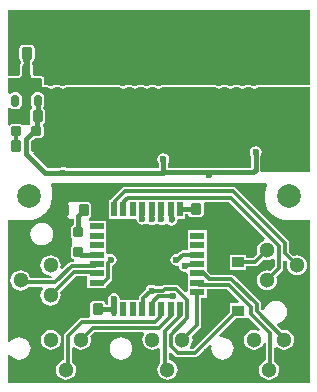
<source format=gtl>
G04*
G04 #@! TF.GenerationSoftware,Altium Limited,Altium Designer,19.1.8 (144)*
G04*
G04 Layer_Physical_Order=1*
G04 Layer_Color=255*
%FSLAX43Y43*%
%MOMM*%
G71*
G01*
G75*
%ADD12C,0.300*%
%ADD27R,1.200X0.500*%
%ADD28R,0.500X1.200*%
%ADD29O,0.500X1.200*%
G04:AMPARAMS|DCode=30|XSize=1.8mm|YSize=1.15mm|CornerRadius=0.144mm|HoleSize=0mm|Usage=FLASHONLY|Rotation=0.000|XOffset=0mm|YOffset=0mm|HoleType=Round|Shape=RoundedRectangle|*
%AMROUNDEDRECTD30*
21,1,1.800,0.863,0,0,0.0*
21,1,1.513,1.150,0,0,0.0*
1,1,0.288,0.756,-0.431*
1,1,0.288,-0.756,-0.431*
1,1,0.288,-0.756,0.431*
1,1,0.288,0.756,0.431*
%
%ADD30ROUNDEDRECTD30*%
%ADD31R,1.000X0.900*%
G04:AMPARAMS|DCode=32|XSize=1mm|YSize=0.9mm|CornerRadius=0.113mm|HoleSize=0mm|Usage=FLASHONLY|Rotation=270.000|XOffset=0mm|YOffset=0mm|HoleType=Round|Shape=RoundedRectangle|*
%AMROUNDEDRECTD32*
21,1,1.000,0.675,0,0,270.0*
21,1,0.775,0.900,0,0,270.0*
1,1,0.225,-0.338,-0.388*
1,1,0.225,-0.338,0.388*
1,1,0.225,0.338,0.388*
1,1,0.225,0.338,-0.388*
%
%ADD32ROUNDEDRECTD32*%
G04:AMPARAMS|DCode=33|XSize=0.8mm|YSize=0.8mm|CornerRadius=0.1mm|HoleSize=0mm|Usage=FLASHONLY|Rotation=90.000|XOffset=0mm|YOffset=0mm|HoleType=Round|Shape=RoundedRectangle|*
%AMROUNDEDRECTD33*
21,1,0.800,0.600,0,0,90.0*
21,1,0.600,0.800,0,0,90.0*
1,1,0.200,0.300,0.300*
1,1,0.200,0.300,-0.300*
1,1,0.200,-0.300,-0.300*
1,1,0.200,-0.300,0.300*
%
%ADD33ROUNDEDRECTD33*%
G04:AMPARAMS|DCode=34|XSize=1mm|YSize=0.66mm|CornerRadius=0.165mm|HoleSize=0mm|Usage=FLASHONLY|Rotation=270.000|XOffset=0mm|YOffset=0mm|HoleType=Round|Shape=RoundedRectangle|*
%AMROUNDEDRECTD34*
21,1,1.000,0.330,0,0,270.0*
21,1,0.670,0.660,0,0,270.0*
1,1,0.330,-0.165,-0.335*
1,1,0.330,-0.165,0.335*
1,1,0.330,0.165,0.335*
1,1,0.330,0.165,-0.335*
%
%ADD34ROUNDEDRECTD34*%
%ADD35R,0.660X1.000*%
G04:AMPARAMS|DCode=36|XSize=0.8mm|YSize=0.8mm|CornerRadius=0.1mm|HoleSize=0mm|Usage=FLASHONLY|Rotation=180.000|XOffset=0mm|YOffset=0mm|HoleType=Round|Shape=RoundedRectangle|*
%AMROUNDEDRECTD36*
21,1,0.800,0.600,0,0,180.0*
21,1,0.600,0.800,0,0,180.0*
1,1,0.200,-0.300,0.300*
1,1,0.200,0.300,0.300*
1,1,0.200,0.300,-0.300*
1,1,0.200,-0.300,-0.300*
%
%ADD36ROUNDEDRECTD36*%
%ADD37C,0.500*%
%ADD38C,0.400*%
%ADD39C,1.300*%
%ADD40C,2.000*%
%ADD41C,0.600*%
G36*
X22208Y16900D02*
X22077Y16583D01*
X22000Y16197D01*
Y15625D01*
X22069Y15277D01*
X22205Y14949D01*
X22403Y14654D01*
X22654Y14403D01*
X22949Y14205D01*
X23277Y14069D01*
X23625Y14000D01*
X25796D01*
X25796Y204D01*
X204Y204D01*
Y2526D01*
X209Y2529D01*
X404Y2577D01*
X522Y2422D01*
X721Y2270D01*
X952Y2174D01*
X1200Y2142D01*
X1448Y2174D01*
X1679Y2270D01*
X1878Y2422D01*
X2030Y2621D01*
X2126Y2852D01*
X2158Y3100D01*
X2126Y3348D01*
X2030Y3579D01*
X1878Y3778D01*
X1679Y3930D01*
X1448Y4026D01*
X1200Y4058D01*
X952Y4026D01*
X721Y3930D01*
X522Y3778D01*
X404Y3623D01*
X209Y3671D01*
X204Y3674D01*
Y14000D01*
X2197D01*
X2583Y14077D01*
X2947Y14228D01*
X3275Y14446D01*
X3553Y14725D01*
X3772Y15053D01*
X3923Y15417D01*
X4000Y15803D01*
Y16375D01*
X3931Y16723D01*
X3857Y16900D01*
X3991Y17100D01*
X22119D01*
X22208Y16900D01*
D02*
G37*
G36*
X2230Y28590D02*
X2266Y28566D01*
X2290Y28530D01*
X2302Y28467D01*
Y27733D01*
X2290Y27670D01*
X2266Y27634D01*
X2238Y27616D01*
X2217Y27595D01*
X2195Y27577D01*
X2150Y27523D01*
X2140Y27505D01*
X2128Y27490D01*
X2122Y27471D01*
X2112Y27453D01*
X2110Y27433D01*
X2104Y27414D01*
X2084Y27231D01*
X2087Y27201D01*
Y27170D01*
X2091Y27161D01*
X2092Y27152D01*
X2106Y27125D01*
X2116Y27099D01*
X2133Y27015D01*
Y26365D01*
X2134Y26363D01*
X2133Y26361D01*
X2141Y26324D01*
X2149Y26287D01*
X2150Y26285D01*
X2150Y26284D01*
X2172Y26252D01*
X2193Y26221D01*
X2195Y26220D01*
X2196Y26218D01*
X2220Y26195D01*
Y26000D01*
X2489D01*
X2508Y25996D01*
X3002D01*
X3040Y25940D01*
X3096Y25902D01*
Y25400D01*
X3112Y25322D01*
X3156Y25256D01*
X3222Y25212D01*
X3300Y25196D01*
X3605D01*
X3705Y25129D01*
X3900Y25090D01*
X4095Y25129D01*
X4195Y25196D01*
X4605D01*
X4705Y25129D01*
X4900Y25090D01*
X5095Y25129D01*
X5195Y25196D01*
X9705D01*
X9805Y25129D01*
X10000Y25090D01*
X10195Y25129D01*
X10295Y25196D01*
X10705D01*
X10805Y25129D01*
X11000Y25090D01*
X11195Y25129D01*
X11295Y25196D01*
X11705D01*
X11805Y25129D01*
X12000Y25090D01*
X12195Y25129D01*
X12295Y25196D01*
X12705D01*
X12805Y25129D01*
X13000Y25090D01*
X13195Y25129D01*
X13295Y25196D01*
X17805D01*
X17905Y25129D01*
X18100Y25090D01*
X18295Y25129D01*
X18395Y25196D01*
X18805D01*
X18905Y25129D01*
X19100Y25090D01*
X19295Y25129D01*
X19395Y25196D01*
X19805D01*
X19905Y25129D01*
X20100Y25090D01*
X20295Y25129D01*
X20395Y25196D01*
X20805D01*
X20905Y25129D01*
X21100Y25090D01*
X21295Y25129D01*
X21395Y25196D01*
X25796D01*
X25796Y24996D01*
X25796Y18000D01*
X21770D01*
X21608Y18200D01*
X21608Y18200D01*
Y19410D01*
X21671Y19505D01*
X21710Y19700D01*
X21671Y19895D01*
X21560Y20060D01*
X21395Y20171D01*
X21200Y20210D01*
X21005Y20171D01*
X20840Y20060D01*
X20729Y19895D01*
X20690Y19700D01*
X20729Y19505D01*
X20792Y19410D01*
Y18408D01*
X13808D01*
Y18810D01*
X13871Y18905D01*
X13910Y19100D01*
X13871Y19295D01*
X13760Y19460D01*
X13595Y19571D01*
X13400Y19610D01*
X13205Y19571D01*
X13040Y19460D01*
X12929Y19295D01*
X12890Y19100D01*
X12929Y18905D01*
X12992Y18810D01*
Y18403D01*
X5195D01*
X5100Y18466D01*
X4905Y18505D01*
X4710Y18466D01*
X4615Y18403D01*
X3551D01*
X2327Y19627D01*
X2400Y19700D01*
Y20700D01*
X2360Y20740D01*
X2489Y20894D01*
X2950D01*
X3067Y20917D01*
X3166Y20984D01*
X3233Y21083D01*
X3256Y21200D01*
Y21800D01*
X3233Y21917D01*
X3232Y21919D01*
X3214Y22077D01*
X3286Y22169D01*
X3313Y22187D01*
X3382Y22291D01*
X3406Y22413D01*
Y23188D01*
X3382Y23309D01*
X3313Y23413D01*
X3209Y23482D01*
X3200Y23505D01*
X3259Y23593D01*
X3287Y23735D01*
Y24405D01*
X3259Y24547D01*
X3178Y24668D01*
X3057Y24749D01*
X2915Y24777D01*
X2585D01*
X2443Y24749D01*
X2322Y24668D01*
X2241Y24547D01*
X2213Y24405D01*
Y23735D01*
X2241Y23593D01*
X2300Y23505D01*
X2291Y23482D01*
X2187Y23413D01*
X2118Y23309D01*
X2094Y23188D01*
Y22413D01*
X2118Y22291D01*
X2143Y22253D01*
X2134Y22030D01*
X2107Y22000D01*
X1477D01*
X1466Y22016D01*
X1367Y22083D01*
X1250Y22106D01*
X650D01*
X533Y22083D01*
X434Y22016D01*
X404Y21972D01*
X204Y22032D01*
Y23438D01*
X404Y23499D01*
X422Y23472D01*
X543Y23391D01*
X685Y23363D01*
X1015D01*
X1157Y23391D01*
X1278Y23472D01*
X1359Y23593D01*
X1387Y23735D01*
Y24405D01*
X1359Y24547D01*
X1278Y24668D01*
X1157Y24749D01*
X1015Y24777D01*
X685D01*
X543Y24749D01*
X422Y24668D01*
X404Y24641D01*
X204Y24702D01*
Y25996D01*
X669D01*
X685Y25993D01*
X1015D01*
X1031Y25996D01*
X1092D01*
X1129Y26003D01*
X1166Y26010D01*
X1168Y26011D01*
X1170Y26012D01*
X1201Y26033D01*
X1233Y26053D01*
X1404Y26218D01*
X1405Y26220D01*
X1407Y26221D01*
X1428Y26252D01*
X1450Y26284D01*
X1450Y26285D01*
X1451Y26287D01*
X1459Y26324D01*
X1467Y26361D01*
X1466Y26363D01*
X1467Y26365D01*
Y27015D01*
X1483Y27098D01*
X1500Y27123D01*
X1510Y27148D01*
X1524Y27172D01*
X1554Y27262D01*
X1558Y27295D01*
X1564Y27329D01*
X1563Y27335D01*
X1563Y27341D01*
X1554Y27373D01*
X1547Y27407D01*
X1478Y27566D01*
X1468Y27581D01*
X1461Y27598D01*
X1454Y27604D01*
X1410Y27670D01*
X1398Y27733D01*
Y28467D01*
X1410Y28530D01*
X1434Y28566D01*
X1470Y28590D01*
X1533Y28602D01*
X2167D01*
X2230Y28590D01*
D02*
G37*
G36*
X25796Y31796D02*
Y25400D01*
X3300D01*
Y26200D01*
X2508D01*
X2337Y26365D01*
Y27035D01*
X2309Y27177D01*
X2287Y27210D01*
X2307Y27392D01*
X2351Y27446D01*
X2413Y27487D01*
X2482Y27591D01*
X2506Y27712D01*
Y28487D01*
X2482Y28609D01*
X2413Y28713D01*
X2309Y28782D01*
X2188Y28806D01*
X1513D01*
X1391Y28782D01*
X1287Y28713D01*
X1218Y28609D01*
X1194Y28487D01*
Y27712D01*
X1218Y27591D01*
X1287Y27487D01*
X1291Y27485D01*
X1360Y27326D01*
X1330Y27236D01*
X1291Y27177D01*
X1263Y27035D01*
Y26365D01*
X1092Y26200D01*
X204D01*
Y31796D01*
X25796Y31796D01*
D02*
G37*
%LPC*%
G36*
X6988Y15506D02*
X6312D01*
X6214Y15486D01*
X6200Y15500D01*
X5400D01*
X5200Y15300D01*
Y14300D01*
X5400Y14100D01*
X5792D01*
Y13534D01*
X5783Y13533D01*
X5684Y13466D01*
X5617Y13367D01*
X5594Y13250D01*
Y12650D01*
X5617Y12533D01*
X5684Y12434D01*
X5700Y12423D01*
Y11777D01*
X5684Y11766D01*
X5617Y11667D01*
X5594Y11550D01*
Y10950D01*
X5617Y10833D01*
X5684Y10734D01*
X5783Y10667D01*
X5836Y10657D01*
X5816Y10457D01*
X5643D01*
X5506Y10430D01*
X5391Y10352D01*
X4841Y9803D01*
X4677Y9902D01*
X4669Y9913D01*
X4697Y10130D01*
X4668Y10352D01*
X4582Y10559D01*
X4446Y10736D01*
X4269Y10872D01*
X4062Y10958D01*
X3840Y10987D01*
X3618Y10958D01*
X3411Y10872D01*
X3234Y10736D01*
X3098Y10559D01*
X3012Y10352D01*
X2983Y10130D01*
X3012Y9908D01*
X3098Y9701D01*
X3234Y9524D01*
X3411Y9388D01*
X3618Y9302D01*
X3840Y9273D01*
X3871Y9277D01*
X3997Y9092D01*
X3977Y9057D01*
X2131D01*
X2128Y9082D01*
X2042Y9289D01*
X1906Y9466D01*
X1729Y9602D01*
X1522Y9688D01*
X1300Y9717D01*
X1078Y9688D01*
X871Y9602D01*
X694Y9466D01*
X558Y9289D01*
X472Y9082D01*
X443Y8860D01*
X472Y8638D01*
X558Y8431D01*
X694Y8254D01*
X871Y8118D01*
X1078Y8032D01*
X1300Y8003D01*
X1522Y8032D01*
X1729Y8118D01*
X1906Y8254D01*
X1975Y8343D01*
X3105D01*
X3129Y8316D01*
X3193Y8143D01*
X3098Y8019D01*
X3012Y7812D01*
X2983Y7590D01*
X3012Y7368D01*
X3098Y7161D01*
X3234Y6984D01*
X3411Y6848D01*
X3618Y6762D01*
X3840Y6733D01*
X4062Y6762D01*
X4269Y6848D01*
X4446Y6984D01*
X4582Y7161D01*
X4668Y7368D01*
X4697Y7590D01*
X4668Y7812D01*
X4638Y7884D01*
X5998Y9243D01*
X6950D01*
Y8200D01*
X8550D01*
Y8400D01*
X8952Y8803D01*
X9030Y8918D01*
X9057Y9055D01*
Y10111D01*
X9145Y10129D01*
X9310Y10240D01*
X9421Y10405D01*
X9460Y10600D01*
X9421Y10795D01*
X9310Y10960D01*
X9145Y11071D01*
X8950Y11110D01*
X8755Y11071D01*
X8750Y11068D01*
X8550Y11175D01*
Y12200D01*
Y13000D01*
Y13900D01*
X7150D01*
X7134Y13900D01*
X7079Y14100D01*
X7105Y14116D01*
X7109Y14118D01*
X7125Y14128D01*
X7213Y14187D01*
X7282Y14291D01*
X7306Y14413D01*
Y15188D01*
X7282Y15309D01*
X7213Y15413D01*
X7109Y15482D01*
X6988Y15506D01*
D02*
G37*
G36*
X3100Y13758D02*
X2852Y13726D01*
X2621Y13630D01*
X2422Y13478D01*
X2270Y13279D01*
X2174Y13048D01*
X2142Y12800D01*
X2174Y12552D01*
X2270Y12321D01*
X2422Y12122D01*
X2621Y11970D01*
X2852Y11874D01*
X3100Y11842D01*
X3348Y11874D01*
X3579Y11970D01*
X3778Y12122D01*
X3930Y12321D01*
X4026Y12552D01*
X4058Y12800D01*
X4026Y13048D01*
X3930Y13279D01*
X3778Y13478D01*
X3579Y13630D01*
X3348Y13726D01*
X3100Y13758D01*
D02*
G37*
G36*
X17050Y13100D02*
X15450D01*
Y12200D01*
Y11407D01*
X15031D01*
X14895Y11380D01*
X14779Y11302D01*
X14572Y11095D01*
X14500Y11110D01*
X14305Y11071D01*
X14140Y10960D01*
X14029Y10795D01*
X13990Y10600D01*
X14029Y10405D01*
X14140Y10240D01*
X14305Y10129D01*
X14500Y10090D01*
X14504Y10091D01*
X14690Y10100D01*
X14729Y9905D01*
X14840Y9740D01*
X15005Y9629D01*
X15200Y9590D01*
X15250Y9600D01*
X15450Y9443D01*
Y9000D01*
Y7935D01*
X15265Y7859D01*
X14722Y8402D01*
X14606Y8480D01*
X14469Y8507D01*
X13550D01*
X13414Y8480D01*
X13298Y8402D01*
X13252Y8357D01*
X12763D01*
X12760Y8360D01*
X12595Y8471D01*
X12400Y8510D01*
X12205Y8471D01*
X12040Y8360D01*
X11929Y8195D01*
X11909Y8095D01*
X11448Y7634D01*
X11370Y7518D01*
X11343Y7381D01*
Y7200D01*
X9792D01*
X9710Y7300D01*
X9671Y7495D01*
X9561Y7661D01*
X9395Y7771D01*
X9200Y7810D01*
X9005Y7771D01*
X8840Y7661D01*
X8729Y7495D01*
X8690Y7300D01*
X8729Y7105D01*
X8741Y7087D01*
Y6808D01*
X8502D01*
X8482Y6909D01*
X8413Y7013D01*
X8309Y7082D01*
X8188Y7106D01*
X7512D01*
X7391Y7082D01*
X7287Y7013D01*
X7218Y6909D01*
X7194Y6787D01*
Y6012D01*
X7217Y5897D01*
X7218Y5890D01*
X7107Y5697D01*
X6496D01*
X6359Y5670D01*
X6243Y5592D01*
X5048Y4397D01*
X4970Y4281D01*
X4943Y4144D01*
Y2131D01*
X4918Y2128D01*
X4711Y2042D01*
X4534Y1906D01*
X4398Y1729D01*
X4312Y1522D01*
X4283Y1300D01*
X4312Y1078D01*
X4398Y871D01*
X4534Y694D01*
X4711Y558D01*
X4918Y472D01*
X5140Y443D01*
X5362Y472D01*
X5569Y558D01*
X5746Y694D01*
X5882Y871D01*
X5968Y1078D01*
X5997Y1300D01*
X5968Y1522D01*
X5882Y1729D01*
X5746Y1906D01*
X5657Y1975D01*
Y3105D01*
X5684Y3129D01*
X5857Y3193D01*
X5981Y3098D01*
X6188Y3012D01*
X6410Y2983D01*
X6632Y3012D01*
X6839Y3098D01*
X7016Y3234D01*
X7152Y3411D01*
X7238Y3618D01*
X7267Y3840D01*
X7238Y4062D01*
X7208Y4134D01*
X7558Y4483D01*
X11640D01*
X11739Y4283D01*
X11728Y4269D01*
X11642Y4062D01*
X11613Y3840D01*
X11642Y3618D01*
X11728Y3411D01*
X11864Y3234D01*
X12041Y3098D01*
X12248Y3012D01*
X12470Y2983D01*
X12692Y3012D01*
X12899Y3098D01*
X12943Y3132D01*
X13143Y3033D01*
Y1913D01*
X13134Y1906D01*
X12998Y1729D01*
X12912Y1522D01*
X12883Y1300D01*
X12912Y1078D01*
X12998Y871D01*
X13134Y694D01*
X13311Y558D01*
X13518Y472D01*
X13740Y443D01*
X13962Y472D01*
X14169Y558D01*
X14346Y694D01*
X14482Y871D01*
X14568Y1078D01*
X14597Y1300D01*
X14568Y1522D01*
X14482Y1729D01*
X14346Y1906D01*
X14169Y2042D01*
X13962Y2128D01*
X13857Y2142D01*
Y2677D01*
X14042Y2754D01*
X14348Y2448D01*
X14463Y2370D01*
X14600Y2343D01*
X16050D01*
X16187Y2370D01*
X16302Y2448D01*
X17273Y3418D01*
X17459Y3351D01*
X17473Y3335D01*
X17442Y3100D01*
X17474Y2852D01*
X17570Y2621D01*
X17722Y2422D01*
X17921Y2270D01*
X18152Y2174D01*
X18400Y2142D01*
X18648Y2174D01*
X18879Y2270D01*
X19078Y2422D01*
X19230Y2621D01*
X19326Y2852D01*
X19358Y3100D01*
X19326Y3348D01*
X19230Y3579D01*
X19078Y3778D01*
X18879Y3930D01*
X18648Y4026D01*
X18400Y4058D01*
X18165Y4027D01*
X18149Y4041D01*
X18082Y4227D01*
X19505Y5650D01*
X20400D01*
Y5659D01*
X20600Y5733D01*
X21558Y4774D01*
X21445Y4605D01*
X21292Y4668D01*
X21070Y4697D01*
X20848Y4668D01*
X20641Y4582D01*
X20464Y4446D01*
X20328Y4269D01*
X20242Y4062D01*
X20213Y3840D01*
X20242Y3618D01*
X20328Y3411D01*
X20464Y3234D01*
X20641Y3098D01*
X20848Y3012D01*
X21070Y2983D01*
X21292Y3012D01*
X21499Y3098D01*
X21676Y3234D01*
X21812Y3411D01*
X21880Y3575D01*
X22080Y3536D01*
Y2112D01*
X21911Y2042D01*
X21734Y1906D01*
X21598Y1729D01*
X21512Y1522D01*
X21483Y1300D01*
X21512Y1078D01*
X21598Y871D01*
X21734Y694D01*
X21911Y558D01*
X22118Y472D01*
X22340Y443D01*
X22562Y472D01*
X22769Y558D01*
X22946Y694D01*
X23082Y871D01*
X23168Y1078D01*
X23197Y1300D01*
X23168Y1522D01*
X23082Y1729D01*
X22946Y1906D01*
X22794Y2023D01*
Y3178D01*
X22994Y3246D01*
X23004Y3234D01*
X23181Y3098D01*
X23388Y3012D01*
X23610Y2983D01*
X23832Y3012D01*
X24039Y3098D01*
X24216Y3234D01*
X24352Y3411D01*
X24438Y3618D01*
X24467Y3840D01*
X24438Y4062D01*
X24352Y4269D01*
X24216Y4446D01*
X24039Y4582D01*
X23832Y4668D01*
X23610Y4697D01*
X23388Y4668D01*
X23383Y4666D01*
X22996Y5053D01*
X23068Y5264D01*
X23148Y5274D01*
X23379Y5370D01*
X23578Y5522D01*
X23730Y5721D01*
X23826Y5952D01*
X23858Y6200D01*
X23826Y6448D01*
X23730Y6679D01*
X23578Y6878D01*
X23379Y7030D01*
X23148Y7126D01*
X22900Y7158D01*
X22652Y7126D01*
X22421Y7030D01*
X22222Y6878D01*
X22070Y6679D01*
X21974Y6448D01*
X21973Y6440D01*
X21773Y6365D01*
X21657Y6458D01*
Y6852D01*
X21630Y6989D01*
X21552Y7104D01*
X19404Y9252D01*
X19289Y9330D01*
X19152Y9357D01*
X17393D01*
X17050Y9700D01*
Y10600D01*
Y11400D01*
Y12200D01*
Y13100D01*
D02*
G37*
G36*
X19291Y16757D02*
X10155D01*
X10018Y16730D01*
X9903Y16652D01*
X9048Y15797D01*
X8983Y15700D01*
X8750D01*
Y14100D01*
X11090D01*
X11090Y14100D01*
X11129Y13905D01*
X11240Y13740D01*
X11405Y13629D01*
X11600Y13590D01*
X11795Y13629D01*
X11839Y13658D01*
X12071Y13671D01*
X12236Y13560D01*
X12431Y13521D01*
X12626Y13560D01*
X12689Y13602D01*
X12816Y13663D01*
X12991Y13609D01*
X13036Y13579D01*
X13231Y13540D01*
X13426Y13579D01*
X13592Y13690D01*
X13789Y13625D01*
X13905Y13548D01*
X14100Y13509D01*
X14295Y13548D01*
X14460Y13659D01*
X14571Y13824D01*
X14610Y14019D01*
X14676Y14100D01*
X15250D01*
Y14492D01*
X15498D01*
X15518Y14391D01*
X15587Y14287D01*
X15691Y14218D01*
X15812Y14194D01*
X16282D01*
X16300Y14190D01*
X16318Y14194D01*
X16487D01*
X16609Y14218D01*
X16713Y14287D01*
X16782Y14391D01*
X16806Y14512D01*
Y14682D01*
X16810Y14700D01*
X16806Y14718D01*
Y15288D01*
X16805Y15293D01*
X16948Y15493D01*
X18986D01*
X22028Y12452D01*
X21956Y12241D01*
X21938Y12238D01*
X21731Y12152D01*
X21554Y12016D01*
X21418Y11839D01*
X21332Y11632D01*
X21303Y11410D01*
X21332Y11188D01*
X21362Y11116D01*
X21002Y10757D01*
X20400D01*
Y11050D01*
X19000D01*
Y9750D01*
X20400D01*
Y10043D01*
X21150D01*
X21287Y10070D01*
X21402Y10148D01*
X21866Y10612D01*
X21938Y10582D01*
X22160Y10553D01*
X22382Y10582D01*
X22589Y10668D01*
X22643Y10709D01*
X22843Y10611D01*
Y10058D01*
X22454Y9668D01*
X22382Y9698D01*
X22160Y9727D01*
X21938Y9698D01*
X21731Y9612D01*
X21554Y9476D01*
X21418Y9299D01*
X21332Y9092D01*
X21303Y8870D01*
X21332Y8648D01*
X21418Y8441D01*
X21554Y8264D01*
X21731Y8128D01*
X21938Y8042D01*
X22160Y8013D01*
X22382Y8042D01*
X22589Y8128D01*
X22766Y8264D01*
X22902Y8441D01*
X22988Y8648D01*
X23017Y8870D01*
X22988Y9092D01*
X22958Y9164D01*
X23452Y9658D01*
X23530Y9773D01*
X23557Y9910D01*
Y10517D01*
X23742Y10594D01*
X23902Y10434D01*
X23872Y10362D01*
X23843Y10140D01*
X23872Y9918D01*
X23958Y9711D01*
X24094Y9534D01*
X24271Y9398D01*
X24478Y9312D01*
X24700Y9283D01*
X24922Y9312D01*
X25129Y9398D01*
X25306Y9534D01*
X25442Y9711D01*
X25528Y9918D01*
X25557Y10140D01*
X25528Y10362D01*
X25442Y10569D01*
X25306Y10746D01*
X25129Y10882D01*
X24922Y10968D01*
X24700Y10997D01*
X24478Y10968D01*
X24406Y10938D01*
X24057Y11288D01*
Y11991D01*
X24030Y12128D01*
X23952Y12244D01*
X19544Y16652D01*
X19428Y16730D01*
X19291Y16757D01*
D02*
G37*
G36*
X3870Y4697D02*
X3648Y4668D01*
X3441Y4582D01*
X3264Y4446D01*
X3128Y4269D01*
X3042Y4062D01*
X3013Y3840D01*
X3042Y3618D01*
X3128Y3411D01*
X3264Y3234D01*
X3441Y3098D01*
X3648Y3012D01*
X3870Y2983D01*
X4092Y3012D01*
X4299Y3098D01*
X4476Y3234D01*
X4612Y3411D01*
X4698Y3618D01*
X4727Y3840D01*
X4698Y4062D01*
X4612Y4269D01*
X4476Y4446D01*
X4299Y4582D01*
X4092Y4668D01*
X3870Y4697D01*
D02*
G37*
G36*
X9800Y4058D02*
X9552Y4026D01*
X9321Y3930D01*
X9122Y3778D01*
X8970Y3579D01*
X8874Y3348D01*
X8842Y3100D01*
X8874Y2852D01*
X8970Y2621D01*
X9122Y2422D01*
X9321Y2270D01*
X9552Y2174D01*
X9800Y2142D01*
X10048Y2174D01*
X10279Y2270D01*
X10478Y2422D01*
X10630Y2621D01*
X10726Y2852D01*
X10758Y3100D01*
X10726Y3348D01*
X10630Y3579D01*
X10478Y3778D01*
X10279Y3930D01*
X10048Y4026D01*
X9800Y4058D01*
D02*
G37*
%LPD*%
G36*
X19806Y7135D02*
X19729Y6950D01*
X19000D01*
Y6155D01*
X15902Y3057D01*
X15714D01*
X15655Y3164D01*
X15634Y3257D01*
X15752Y3411D01*
X15838Y3618D01*
X15867Y3840D01*
X15838Y4062D01*
X15808Y4134D01*
X16502Y4828D01*
X16580Y4943D01*
X16607Y5080D01*
Y7400D01*
X17050D01*
Y8143D01*
X18797D01*
X19806Y7135D01*
D02*
G37*
D12*
X19152Y9000D02*
X21300Y6852D01*
X17245Y9000D02*
X19152D01*
X16795Y9450D02*
X17245Y9000D01*
X18945Y8500D02*
X20800Y6645D01*
X16400Y8500D02*
X18945D01*
X16250Y8650D02*
X16400Y8500D01*
X16250Y9450D02*
X16795D01*
X21300Y6244D02*
Y6852D01*
X20800Y6037D02*
X22437Y4400D01*
X20800Y6037D02*
Y6645D01*
X8700Y10350D02*
X8950Y10600D01*
X8700Y9055D02*
Y10350D01*
X8295Y8650D02*
X8700Y9055D01*
X950Y20200D02*
X950D01*
X950D02*
Y21500D01*
X7750Y8650D02*
X8295D01*
X15400Y5644D02*
Y7219D01*
X14469Y8150D02*
X15400Y7219D01*
X13550Y8150D02*
X14469D01*
X13400Y8000D02*
X13550Y8150D01*
X12400Y8000D02*
X13400D01*
X12400Y8000D02*
X12400Y8000D01*
X12500Y7045D02*
X12955Y7500D01*
X14200D01*
X11700Y6500D02*
Y7381D01*
X12319Y8000D01*
X12400D01*
X12500Y6500D02*
Y7045D01*
X12400Y6400D02*
X12500Y6500D01*
X19134Y15850D02*
X23200Y11784D01*
X10405Y15850D02*
X19134D01*
X19291Y16400D02*
X23700Y11991D01*
Y11140D02*
Y11991D01*
Y11140D02*
X24700Y10140D01*
X10155Y16400D02*
X19291D01*
X9300Y15545D02*
X10155Y16400D01*
X9300Y15000D02*
Y15545D01*
X9200Y14900D02*
X9300Y15000D01*
X22160Y8870D02*
X23200Y9910D01*
Y11784D01*
X10100Y15545D02*
X10405Y15850D01*
X10100Y15000D02*
Y15545D01*
X10000Y14900D02*
X10100Y15000D01*
X11600Y14100D02*
Y14900D01*
X13216Y14166D02*
X13231Y14150D01*
X13216Y14166D02*
Y14884D01*
X13200Y14900D02*
X13216Y14884D01*
X14100Y13919D02*
Y14800D01*
X12431Y14131D02*
Y14869D01*
X11600Y14900D02*
X11600Y14900D01*
X21150Y10400D02*
X22160Y11410D01*
X19700Y10400D02*
X21150D01*
X14600Y2700D02*
X16050D01*
X14000Y3300D02*
X14600Y2700D01*
X14000Y3300D02*
Y4244D01*
X16050Y2700D02*
X19650Y6300D01*
X19700D01*
X16250Y5080D02*
Y7850D01*
X14000Y4244D02*
X15400Y5644D01*
X11600Y6400D02*
X11700Y6500D01*
X13500Y4555D02*
X14800Y5855D01*
X13500Y1540D02*
Y4555D01*
Y1540D02*
X13740Y1300D01*
X21300Y6244D02*
X23610Y3934D01*
Y3840D02*
Y3934D01*
X22437Y1397D02*
Y4400D01*
X22340Y1300D02*
X22437Y1397D01*
X15200Y10100D02*
X15257Y10157D01*
X14500Y10600D02*
X14581D01*
X15031Y11050D01*
X15257Y10157D02*
X16157D01*
X15031Y11050D02*
X16250D01*
X16157Y10157D02*
X16250Y10250D01*
X14000Y14900D02*
X14100Y14800D01*
X12400Y14900D02*
X12431Y14869D01*
X7600Y9600D02*
X7750Y9450D01*
X7600Y10100D02*
X7750Y10250D01*
X14800Y5855D02*
Y6400D01*
X13100Y5755D02*
Y6300D01*
X12685Y5340D02*
X13100Y5755D01*
X6496Y5340D02*
X12685D01*
X12985Y4840D02*
X14000Y5855D01*
X7410Y4840D02*
X12985D01*
X14000Y5855D02*
Y6400D01*
X6410Y3840D02*
X7410Y4840D01*
X13100Y6300D02*
X13200Y6400D01*
X15010Y3840D02*
X16250Y5080D01*
X5140Y1300D02*
X5300Y1460D01*
Y4144D01*
X6496Y5340D01*
X5850Y9600D02*
X7600D01*
X3840Y7590D02*
X5850Y9600D01*
X5643Y10100D02*
X7600D01*
X4243Y8700D02*
X5643Y10100D01*
X1460Y8700D02*
X4243D01*
X1300Y8860D02*
X1460Y8700D01*
D27*
X7750Y7850D02*
D03*
Y8650D02*
D03*
Y9450D02*
D03*
Y10250D02*
D03*
Y11050D02*
D03*
Y11850D02*
D03*
Y12650D02*
D03*
Y13450D02*
D03*
X16250D02*
D03*
Y12650D02*
D03*
Y11850D02*
D03*
Y11050D02*
D03*
Y10250D02*
D03*
Y9450D02*
D03*
Y8650D02*
D03*
Y7850D02*
D03*
D28*
X9200Y14900D02*
D03*
X10000D02*
D03*
X10800D02*
D03*
X11600D02*
D03*
X12400D02*
D03*
X13200D02*
D03*
X14000D02*
D03*
X14800D02*
D03*
Y6400D02*
D03*
X14000D02*
D03*
X13200D02*
D03*
X12400D02*
D03*
X11600D02*
D03*
X10800D02*
D03*
X10000D02*
D03*
D29*
X9200D02*
D03*
D30*
X23400Y23100D02*
D03*
Y26100D02*
D03*
X17100Y23100D02*
D03*
Y26100D02*
D03*
X15000Y23100D02*
D03*
Y26100D02*
D03*
X8700Y23100D02*
D03*
Y26100D02*
D03*
X6600Y23100D02*
D03*
Y26100D02*
D03*
X19200Y26100D02*
D03*
Y23100D02*
D03*
X21300Y26100D02*
D03*
Y23100D02*
D03*
X10800D02*
D03*
Y26100D02*
D03*
X12900Y23100D02*
D03*
Y26100D02*
D03*
X4500Y23100D02*
D03*
Y26100D02*
D03*
D31*
X19700Y10400D02*
D03*
Y6300D02*
D03*
X18100Y10400D02*
D03*
Y6300D02*
D03*
D32*
X6150Y6400D02*
D03*
X7850D02*
D03*
X17850Y14900D02*
D03*
X16150D02*
D03*
X6650Y14800D02*
D03*
X4950D02*
D03*
X2750Y22800D02*
D03*
X1050D02*
D03*
X3550Y28100D02*
D03*
X1850D02*
D03*
X950Y20200D02*
D03*
X2650D02*
D03*
D33*
X6200Y12950D02*
D03*
Y11250D02*
D03*
D34*
X2750Y24070D02*
D03*
X850D02*
D03*
X1800Y26700D02*
D03*
X850D02*
D03*
D35*
X2750D02*
D03*
D36*
X950Y21500D02*
D03*
X2650D02*
D03*
D37*
X9200Y7300D02*
X9200Y7300D01*
X9200Y6400D02*
Y7300D01*
D38*
X13400Y18000D02*
X21000D01*
X1800Y19577D02*
X3382Y17995D01*
X21000Y18000D02*
X21200Y18200D01*
X13400Y18000D02*
Y19100D01*
X4905Y17995D02*
X13400D01*
X3382D02*
X4905D01*
X1800Y19577D02*
Y20800D01*
X21200Y18200D02*
Y19700D01*
X1800Y20800D02*
X2300Y21300D01*
X2450D01*
X2650Y21500D01*
X2750Y22800D02*
X2750Y22800D01*
X2674Y22724D02*
X2750Y22800D01*
X2674Y21524D02*
Y22724D01*
X2650Y21500D02*
X2674Y21524D01*
X2750Y22800D02*
Y24070D01*
X6650Y14750D02*
Y14800D01*
X6200Y14300D02*
X6650Y14750D01*
X6200Y12950D02*
Y14300D01*
Y11250D02*
X6400Y11050D01*
X7750D01*
X14800Y14900D02*
X14800Y14900D01*
X16150D01*
X7850Y6400D02*
X7850Y6400D01*
X9200D01*
X7850Y6400D02*
Y6450D01*
D39*
X22160Y11410D02*
D03*
X24700Y10140D02*
D03*
X22160Y8870D02*
D03*
X24700Y7600D02*
D03*
X3840Y7590D02*
D03*
X1300Y8860D02*
D03*
X3840Y10130D02*
D03*
X1300Y11400D02*
D03*
X6410Y3840D02*
D03*
X5140Y1300D02*
D03*
X3870Y3840D02*
D03*
X2600Y1300D02*
D03*
X15010Y3840D02*
D03*
X13740Y1300D02*
D03*
X12470Y3840D02*
D03*
X11200Y1300D02*
D03*
X23610Y3840D02*
D03*
X22340Y1300D02*
D03*
X21070Y3840D02*
D03*
X19800Y1300D02*
D03*
D40*
X2000Y16000D02*
D03*
X24000D02*
D03*
D41*
X20400Y9100D02*
D03*
X18100Y7400D02*
D03*
X2900Y27000D02*
D03*
X3900D02*
D03*
X4900D02*
D03*
Y25600D02*
D03*
X3900D02*
D03*
X3400Y26300D02*
D03*
X4400D02*
D03*
X18100Y27000D02*
D03*
X19100D02*
D03*
X20100D02*
D03*
X21100D02*
D03*
Y25600D02*
D03*
X20100D02*
D03*
X19100D02*
D03*
X18100D02*
D03*
X18600Y26300D02*
D03*
X19600D02*
D03*
X20600D02*
D03*
X12500D02*
D03*
X11500D02*
D03*
X10500D02*
D03*
X10000Y25600D02*
D03*
X11000D02*
D03*
X12000D02*
D03*
X13000D02*
D03*
Y27000D02*
D03*
X12000D02*
D03*
X11000D02*
D03*
X10000D02*
D03*
X9200Y7300D02*
D03*
X17100Y2800D02*
D03*
X1800Y24100D02*
D03*
X3700Y20300D02*
D03*
X3400Y19300D02*
D03*
X5100Y6400D02*
D03*
X5500Y5400D02*
D03*
X18800Y14900D02*
D03*
X17400Y13400D02*
D03*
X11000Y4000D02*
D03*
X16500Y4300D02*
D03*
X12400Y2500D02*
D03*
X10700Y11600D02*
D03*
X11700Y10600D02*
D03*
X20200Y12000D02*
D03*
X19400Y12900D02*
D03*
X13600Y10100D02*
D03*
X4905Y17995D02*
D03*
X1800Y29200D02*
D03*
X3800D02*
D03*
X2800D02*
D03*
X800D02*
D03*
Y30200D02*
D03*
X1800D02*
D03*
X2800D02*
D03*
X3800D02*
D03*
Y31200D02*
D03*
X2800D02*
D03*
X1800D02*
D03*
X800D02*
D03*
X13400Y19100D02*
D03*
X17300Y17800D02*
D03*
X21200Y19700D02*
D03*
X16300Y14700D02*
D03*
X14200Y7500D02*
D03*
X12400Y8000D02*
D03*
X13231Y14050D02*
D03*
X14100Y14019D02*
D03*
X12431Y14031D02*
D03*
X11600Y14100D02*
D03*
X15200Y10100D02*
D03*
X14500Y10600D02*
D03*
X8950D02*
D03*
X17400Y23400D02*
D03*
X16800Y24300D02*
D03*
Y22500D02*
D03*
X9300Y23400D02*
D03*
X8700Y24300D02*
D03*
Y22500D02*
D03*
X4500Y23400D02*
D03*
X5100Y24300D02*
D03*
Y22500D02*
D03*
X12600Y23400D02*
D03*
X13200Y24300D02*
D03*
Y22500D02*
D03*
X20700Y23400D02*
D03*
X21300Y24300D02*
D03*
Y22500D02*
D03*
X24900D02*
D03*
Y24300D02*
D03*
X25400Y23400D02*
D03*
X23100Y23400D02*
D03*
X24300Y23400D02*
D03*
X22500Y22500D02*
D03*
Y24300D02*
D03*
X23700D02*
D03*
Y22500D02*
D03*
X21900Y23400D02*
D03*
X15000D02*
D03*
X16200Y23400D02*
D03*
X14400Y22500D02*
D03*
Y24300D02*
D03*
X15600D02*
D03*
Y22500D02*
D03*
X13800Y23400D02*
D03*
X5700Y23400D02*
D03*
X7500Y22500D02*
D03*
Y24300D02*
D03*
X6300D02*
D03*
Y22500D02*
D03*
X8100Y23400D02*
D03*
X6900Y23400D02*
D03*
M02*

</source>
